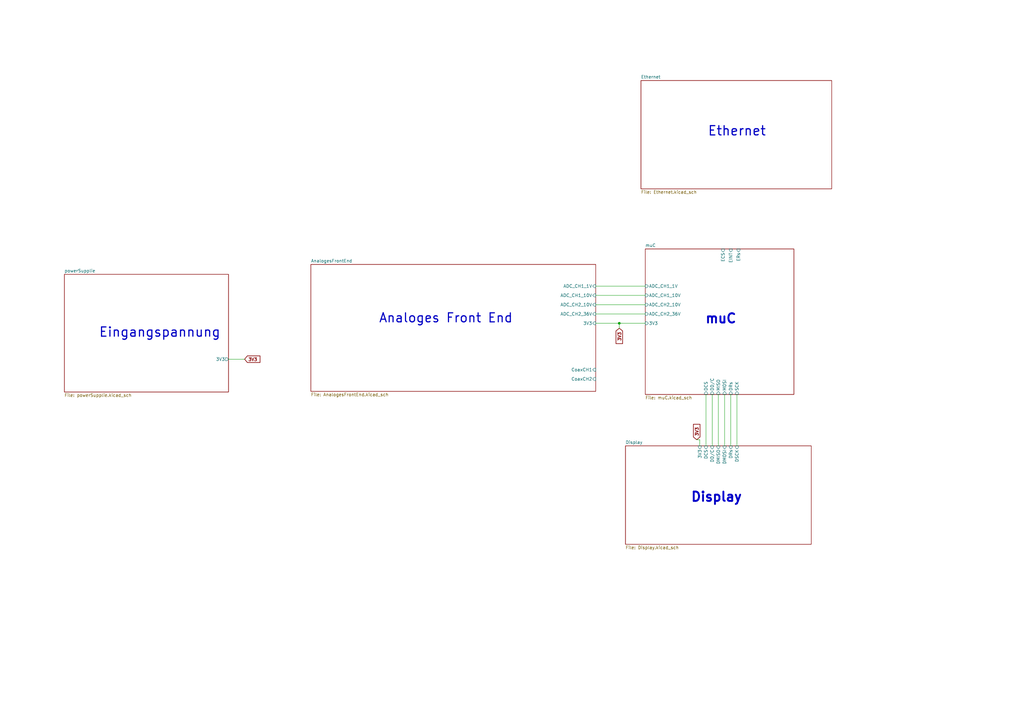
<source format=kicad_sch>
(kicad_sch
	(version 20250114)
	(generator "eeschema")
	(generator_version "9.0")
	(uuid "1ef80f41-06dd-4c8e-92a0-a0266e9ecde0")
	(paper "A3")
	(lib_symbols)
	(text "Eingangspannung\n"
		(exclude_from_sim no)
		(at 65.532 136.398 0)
		(effects
			(font
				(size 3.8 3.8)
				(thickness 0.475)
			)
		)
		(uuid "1de057ed-8444-45db-865d-6213cf84a246")
	)
	(text "muC"
		(exclude_from_sim no)
		(at 295.656 130.81 0)
		(effects
			(font
				(size 3.81 3.81)
				(thickness 0.762)
				(bold yes)
			)
		)
		(uuid "2f6c89cd-0a0e-49b3-86bb-de0e02f24966")
	)
	(text "Analoges Front End\n"
		(exclude_from_sim no)
		(at 182.88 130.556 0)
		(effects
			(font
				(size 3.7 3.7)
				(thickness 0.4625)
			)
		)
		(uuid "73858937-3bff-4c06-a0fb-58729bbd34e8")
	)
	(text "Display"
		(exclude_from_sim no)
		(at 293.878 203.962 0)
		(effects
			(font
				(size 3.81 3.81)
				(thickness 0.762)
				(bold yes)
			)
		)
		(uuid "8e4a5df5-6702-4455-9fc5-e0e56f846eb6")
	)
	(text "Ethernet"
		(exclude_from_sim no)
		(at 302.26 53.848 0)
		(effects
			(font
				(size 3.81 3.81)
				(thickness 0.4763)
			)
		)
		(uuid "b9bbb448-0d3b-4cde-9c88-47b8e3e3c96e")
	)
	(junction
		(at 254 132.588)
		(diameter 0)
		(color 0 0 0 0)
		(uuid "5f51c322-829a-413e-b73f-14b2a84b83ac")
	)
	(wire
		(pts
			(xy 254 132.588) (xy 254 134.62)
		)
		(stroke
			(width 0)
			(type default)
		)
		(uuid "1685ba18-c626-46fe-8c36-48a9f1614439")
	)
	(wire
		(pts
			(xy 302.26 161.798) (xy 302.26 182.88)
		)
		(stroke
			(width 0)
			(type default)
		)
		(uuid "33ce35e3-94f4-4be6-b352-8e5ffec6f1ab")
	)
	(wire
		(pts
			(xy 254 132.588) (xy 264.668 132.588)
		)
		(stroke
			(width 0)
			(type default)
		)
		(uuid "44b942b6-68a6-41a7-99c5-695b24c1790a")
	)
	(wire
		(pts
			(xy 289.56 161.798) (xy 289.56 182.88)
		)
		(stroke
			(width 0)
			(type default)
		)
		(uuid "6ab53302-8afb-4d5b-b262-7a487b923494")
	)
	(wire
		(pts
			(xy 287.02 182.88) (xy 287.02 180.34)
		)
		(stroke
			(width 0)
			(type default)
		)
		(uuid "80d370df-2dd2-48ce-b815-10987c46cd66")
	)
	(wire
		(pts
			(xy 292.1 161.798) (xy 292.1 182.88)
		)
		(stroke
			(width 0)
			(type default)
		)
		(uuid "88a1d814-8bc0-4966-a396-5f347f109c8f")
	)
	(wire
		(pts
			(xy 294.64 161.798) (xy 294.64 182.88)
		)
		(stroke
			(width 0)
			(type default)
		)
		(uuid "8c98c3c7-d2f9-4c92-beb3-af8669fcc375")
	)
	(wire
		(pts
			(xy 244.348 128.778) (xy 264.668 128.778)
		)
		(stroke
			(width 0)
			(type default)
		)
		(uuid "9ed3bb33-072f-414b-b3fc-200960209999")
	)
	(wire
		(pts
			(xy 244.348 117.348) (xy 264.668 117.348)
		)
		(stroke
			(width 0)
			(type default)
		)
		(uuid "a59ea141-181e-469b-96df-25bca547b46f")
	)
	(wire
		(pts
			(xy 287.02 180.34) (xy 285.75 180.34)
		)
		(stroke
			(width 0)
			(type default)
		)
		(uuid "c1ecba52-9394-462d-b67c-c18d026f105e")
	)
	(wire
		(pts
			(xy 297.18 161.798) (xy 297.18 182.88)
		)
		(stroke
			(width 0)
			(type default)
		)
		(uuid "cd7b6ed7-bc9b-4fed-b244-2ab99a1ded5c")
	)
	(wire
		(pts
			(xy 244.348 121.158) (xy 264.668 121.158)
		)
		(stroke
			(width 0)
			(type default)
		)
		(uuid "d1ea842b-13c0-470a-8b44-94a790b1a8ba")
	)
	(wire
		(pts
			(xy 244.348 124.968) (xy 264.668 124.968)
		)
		(stroke
			(width 0)
			(type default)
		)
		(uuid "d8dc245f-c2c6-4cd7-9d62-c6832ce4f4ca")
	)
	(wire
		(pts
			(xy 93.726 147.32) (xy 100.33 147.32)
		)
		(stroke
			(width 0)
			(type default)
		)
		(uuid "dc8a7a0c-55a3-4b42-a6ea-2c89f592f96e")
	)
	(wire
		(pts
			(xy 244.348 132.588) (xy 254 132.588)
		)
		(stroke
			(width 0)
			(type default)
		)
		(uuid "e59baee3-db0b-463f-9cb3-51047cf06c9b")
	)
	(wire
		(pts
			(xy 299.72 161.798) (xy 299.72 182.88)
		)
		(stroke
			(width 0)
			(type default)
		)
		(uuid "e7c209b8-324b-4fc3-bc31-cc4f36db16c0")
	)
	(global_label "3V3"
		(shape input)
		(at 285.75 180.34 90)
		(fields_autoplaced yes)
		(effects
			(font
				(size 1.27 1.27)
				(thickness 0.254)
				(bold yes)
			)
			(justify left)
		)
		(uuid "1d3dc77f-3993-4329-87b0-5c2d6d86075a")
		(property "Intersheetrefs" "${INTERSHEET_REFS}"
			(at 285.75 173.3712 90)
			(effects
				(font
					(size 1.27 1.27)
				)
				(justify left)
				(hide yes)
			)
		)
	)
	(global_label "3V3"
		(shape input)
		(at 254 134.62 270)
		(fields_autoplaced yes)
		(effects
			(font
				(size 1.27 1.27)
				(thickness 0.254)
				(bold yes)
			)
			(justify right)
		)
		(uuid "f4aa55b7-55d1-4dc4-b9a6-48cd9cf81dc2")
		(property "Intersheetrefs" "${INTERSHEET_REFS}"
			(at 254 141.5888 90)
			(effects
				(font
					(size 1.27 1.27)
				)
				(justify right)
				(hide yes)
			)
		)
	)
	(global_label "3V3"
		(shape input)
		(at 100.33 147.32 0)
		(fields_autoplaced yes)
		(effects
			(font
				(size 1.27 1.27)
				(thickness 0.254)
				(bold yes)
			)
			(justify left)
		)
		(uuid "fe621392-be65-4b7a-9361-5e1fe928b599")
		(property "Intersheetrefs" "${INTERSHEET_REFS}"
			(at 107.2988 147.32 0)
			(effects
				(font
					(size 1.27 1.27)
				)
				(justify left)
				(hide yes)
			)
		)
	)
	(sheet
		(at 256.54 182.88)
		(size 76.2 40.386)
		(exclude_from_sim no)
		(in_bom yes)
		(on_board yes)
		(dnp no)
		(fields_autoplaced yes)
		(stroke
			(width 0.1524)
			(type solid)
		)
		(fill
			(color 0 0 0 0.0000)
		)
		(uuid "02cae442-86c4-47e9-afc5-30f3b9437140")
		(property "Sheetname" "Display"
			(at 256.54 182.1684 0)
			(effects
				(font
					(size 1.27 1.27)
				)
				(justify left bottom)
			)
		)
		(property "Sheetfile" "Display.kicad_sch"
			(at 256.54 223.8506 0)
			(effects
				(font
					(size 1.27 1.27)
				)
				(justify left top)
			)
		)
		(pin "3V3" input
			(at 287.02 182.88 90)
			(uuid "d5a6af54-b42a-4f7d-99a4-9cf8bca0259e")
			(effects
				(font
					(size 1.27 1.27)
				)
				(justify right)
			)
		)
		(pin "DCS" input
			(at 289.56 182.88 90)
			(uuid "a6f5c7a1-a573-4098-a4f4-46b6e8e30a9b")
			(effects
				(font
					(size 1.27 1.27)
				)
				(justify right)
			)
		)
		(pin "DD{slash}C" input
			(at 292.1 182.88 90)
			(uuid "2cef51aa-7203-4dcc-9819-6305a068b5cc")
			(effects
				(font
					(size 1.27 1.27)
				)
				(justify right)
			)
		)
		(pin "DMISO" input
			(at 294.64 182.88 90)
			(uuid "d3d0299c-6e7e-4e00-8cfe-d4f5a003b3db")
			(effects
				(font
					(size 1.27 1.27)
				)
				(justify right)
			)
		)
		(pin "DMOSI" input
			(at 297.18 182.88 90)
			(uuid "ab094c71-1bf6-4243-9036-8a458b8d3411")
			(effects
				(font
					(size 1.27 1.27)
				)
				(justify right)
			)
		)
		(pin "DRs" input
			(at 299.72 182.88 90)
			(uuid "23c54b93-5e33-475a-98bf-4dae4c47c4f2")
			(effects
				(font
					(size 1.27 1.27)
				)
				(justify right)
			)
		)
		(pin "DSCK" input
			(at 302.26 182.88 90)
			(uuid "3a2267ea-d8d8-4d83-984e-c62800cd4c50")
			(effects
				(font
					(size 1.27 1.27)
				)
				(justify right)
			)
		)
		(instances
			(project "OsziFrontEnd"
				(path "/1ef80f41-06dd-4c8e-92a0-a0266e9ecde0"
					(page "5")
				)
			)
		)
	)
	(sheet
		(at 127.508 108.458)
		(size 116.84 52.07)
		(exclude_from_sim no)
		(in_bom yes)
		(on_board yes)
		(dnp no)
		(fields_autoplaced yes)
		(stroke
			(width 0.1524)
			(type solid)
		)
		(fill
			(color 0 0 0 0.0000)
		)
		(uuid "10196dc1-21da-4c9c-8568-82a641db10ac")
		(property "Sheetname" "AnalogesFrontEnd"
			(at 127.508 107.7464 0)
			(effects
				(font
					(size 1.27 1.27)
				)
				(justify left bottom)
			)
		)
		(property "Sheetfile" "AnalogesFrontEnd.kicad_sch"
			(at 127.508 161.1126 0)
			(effects
				(font
					(size 1.27 1.27)
				)
				(justify left top)
			)
		)
		(pin "3V3" input
			(at 244.348 132.588 0)
			(uuid "ce7d6695-01d4-4cd3-bbca-595977600f6b")
			(effects
				(font
					(size 1.27 1.27)
				)
				(justify right)
			)
		)
		(pin "ADC_CH1_1V" input
			(at 244.348 117.348 0)
			(uuid "44cfb51f-9c2b-4098-806d-c01b825337fd")
			(effects
				(font
					(size 1.27 1.27)
				)
				(justify right)
			)
		)
		(pin "ADC_CH1_10V" input
			(at 244.348 121.158 0)
			(uuid "2e38d8f4-53f1-44ae-ada8-e8c6098aaab8")
			(effects
				(font
					(size 1.27 1.27)
				)
				(justify right)
			)
		)
		(pin "ADC_CH2_10V" input
			(at 244.348 124.968 0)
			(uuid "4bc57e24-125f-4296-b2cd-5333df12b472")
			(effects
				(font
					(size 1.27 1.27)
				)
				(justify right)
			)
		)
		(pin "ADC_CH2_36V" input
			(at 244.348 128.778 0)
			(uuid "f5f42d8e-2f44-4c9a-bb8e-32fc38233af2")
			(effects
				(font
					(size 1.27 1.27)
				)
				(justify right)
			)
		)
		(pin "CoaxCH1" input
			(at 244.348 151.638 0)
			(uuid "042cb0f4-8fc8-464f-9433-38676aa2b80e")
			(effects
				(font
					(size 1.27 1.27)
				)
				(justify right)
			)
		)
		(pin "CoaxCH2" input
			(at 244.348 155.448 0)
			(uuid "4406409e-a2d4-4c54-a3e9-ff2945b4139e")
			(effects
				(font
					(size 1.27 1.27)
				)
				(justify right)
			)
		)
		(instances
			(project "OsziFrontEnd"
				(path "/1ef80f41-06dd-4c8e-92a0-a0266e9ecde0"
					(page "2")
				)
			)
		)
	)
	(sheet
		(at 26.416 112.522)
		(size 67.31 48.26)
		(exclude_from_sim no)
		(in_bom yes)
		(on_board yes)
		(dnp no)
		(fields_autoplaced yes)
		(stroke
			(width 0.1524)
			(type solid)
		)
		(fill
			(color 0 0 0 0.0000)
		)
		(uuid "ad939f37-9bc3-46b0-a538-61d11b35f94c")
		(property "Sheetname" "powerSupplie"
			(at 26.416 111.8104 0)
			(effects
				(font
					(size 1.27 1.27)
				)
				(justify left bottom)
			)
		)
		(property "Sheetfile" "powerSupplie.kicad_sch"
			(at 26.416 161.3666 0)
			(effects
				(font
					(size 1.27 1.27)
				)
				(justify left top)
			)
		)
		(pin "3V3" output
			(at 93.726 147.32 0)
			(uuid "414fa41a-8b69-4ce4-8cc6-55fdbdbe3cd9")
			(effects
				(font
					(size 1.27 1.27)
				)
				(justify right)
			)
		)
		(instances
			(project "OsziFrontEnd"
				(path "/1ef80f41-06dd-4c8e-92a0-a0266e9ecde0"
					(page "4")
				)
			)
		)
	)
	(sheet
		(at 262.89 33.02)
		(size 78.232 44.45)
		(exclude_from_sim no)
		(in_bom yes)
		(on_board yes)
		(dnp no)
		(fields_autoplaced yes)
		(stroke
			(width 0.1524)
			(type solid)
		)
		(fill
			(color 0 0 0 0.0000)
		)
		(uuid "d44bfb04-4365-45f7-a8f2-c84730ee6b8e")
		(property "Sheetname" "Ethernet"
			(at 262.89 32.3084 0)
			(effects
				(font
					(size 1.27 1.27)
				)
				(justify left bottom)
			)
		)
		(property "Sheetfile" "Ethernet.kicad_sch"
			(at 262.89 78.0546 0)
			(effects
				(font
					(size 1.27 1.27)
				)
				(justify left top)
			)
		)
		(instances
			(project "OsziFrontEnd"
				(path "/1ef80f41-06dd-4c8e-92a0-a0266e9ecde0"
					(page "6")
				)
			)
		)
	)
	(sheet
		(at 264.668 102.108)
		(size 60.96 59.69)
		(exclude_from_sim no)
		(in_bom yes)
		(on_board yes)
		(dnp no)
		(fields_autoplaced yes)
		(stroke
			(width 0.1524)
			(type solid)
		)
		(fill
			(color 0 0 0 0.0000)
		)
		(uuid "fad6845e-a1ac-483b-9b0a-3993df256835")
		(property "Sheetname" "muC"
			(at 264.668 101.3964 0)
			(effects
				(font
					(size 1.27 1.27)
				)
				(justify left bottom)
			)
		)
		(property "Sheetfile" "muC.kicad_sch"
			(at 264.668 162.3826 0)
			(effects
				(font
					(size 1.27 1.27)
				)
				(justify left top)
			)
		)
		(pin "3V3" input
			(at 264.668 132.588 180)
			(uuid "258f513d-1ea7-44df-a6d4-27fbca3ad873")
			(effects
				(font
					(size 1.27 1.27)
				)
				(justify left)
			)
		)
		(pin "ADC_CH1_1V" input
			(at 264.668 117.348 180)
			(uuid "16530d36-8b3e-4884-85ad-0516c1e99d81")
			(effects
				(font
					(size 1.27 1.27)
				)
				(justify left)
			)
		)
		(pin "ADC_CH2_10V" input
			(at 264.668 124.968 180)
			(uuid "b5dfd024-70de-4a0d-9b54-d5808a677265")
			(effects
				(font
					(size 1.27 1.27)
				)
				(justify left)
			)
		)
		(pin "ADC_CH2_36V" input
			(at 264.668 128.778 180)
			(uuid "4c54898b-8d2e-463c-8212-b887873069ca")
			(effects
				(font
					(size 1.27 1.27)
				)
				(justify left)
			)
		)
		(pin "ADC_CH1_10V" input
			(at 264.668 121.158 180)
			(uuid "2bf54d4a-6ea6-474f-a2d8-d47def44096e")
			(effects
				(font
					(size 1.27 1.27)
				)
				(justify left)
			)
		)
		(pin "DCS" input
			(at 289.56 161.798 270)
			(uuid "00e3dfc2-d05e-4333-b6f1-e4dc8cc26426")
			(effects
				(font
					(size 1.27 1.27)
				)
				(justify left)
			)
		)
		(pin "DD{slash}C" input
			(at 292.1 161.798 270)
			(uuid "fd8018e1-1a59-42ef-87ed-91f2efb561e1")
			(effects
				(font
					(size 1.27 1.27)
				)
				(justify left)
			)
		)
		(pin "DRs" input
			(at 299.72 161.798 270)
			(uuid "7c39b9fb-a0a5-43c6-8d68-3231b87118db")
			(effects
				(font
					(size 1.27 1.27)
				)
				(justify left)
			)
		)
		(pin "ECS" input
			(at 296.545 102.108 90)
			(uuid "578e6e8e-9087-40c4-86d8-728f12328646")
			(effects
				(font
					(size 1.27 1.27)
				)
				(justify right)
			)
		)
		(pin "EINT" input
			(at 299.72 102.108 90)
			(uuid "4039343f-f3a7-4812-b001-d6c4408917eb")
			(effects
				(font
					(size 1.27 1.27)
				)
				(justify right)
			)
		)
		(pin "ERs" input
			(at 302.895 102.108 90)
			(uuid "1713260a-5215-4954-817a-533e677b594f")
			(effects
				(font
					(size 1.27 1.27)
				)
				(justify right)
			)
		)
		(pin "MISO" input
			(at 294.64 161.798 270)
			(uuid "d7c8dbbc-5878-418e-88b3-3ed4ae8b95d2")
			(effects
				(font
					(size 1.27 1.27)
				)
				(justify left)
			)
		)
		(pin "MOSI" input
			(at 297.18 161.798 270)
			(uuid "602ef3ae-85ce-4bb5-a310-bde51d35c9ae")
			(effects
				(font
					(size 1.27 1.27)
				)
				(justify left)
			)
		)
		(pin "SCK" input
			(at 302.26 161.798 270)
			(uuid "e406ea40-e858-482f-a9f5-3002b2f7a623")
			(effects
				(font
					(size 1.27 1.27)
				)
				(justify left)
			)
		)
		(instances
			(project "OsziFrontEnd"
				(path "/1ef80f41-06dd-4c8e-92a0-a0266e9ecde0"
					(page "3")
				)
			)
		)
	)
	(sheet_instances
		(path "/"
			(page "1")
		)
	)
	(embedded_fonts no)
)

</source>
